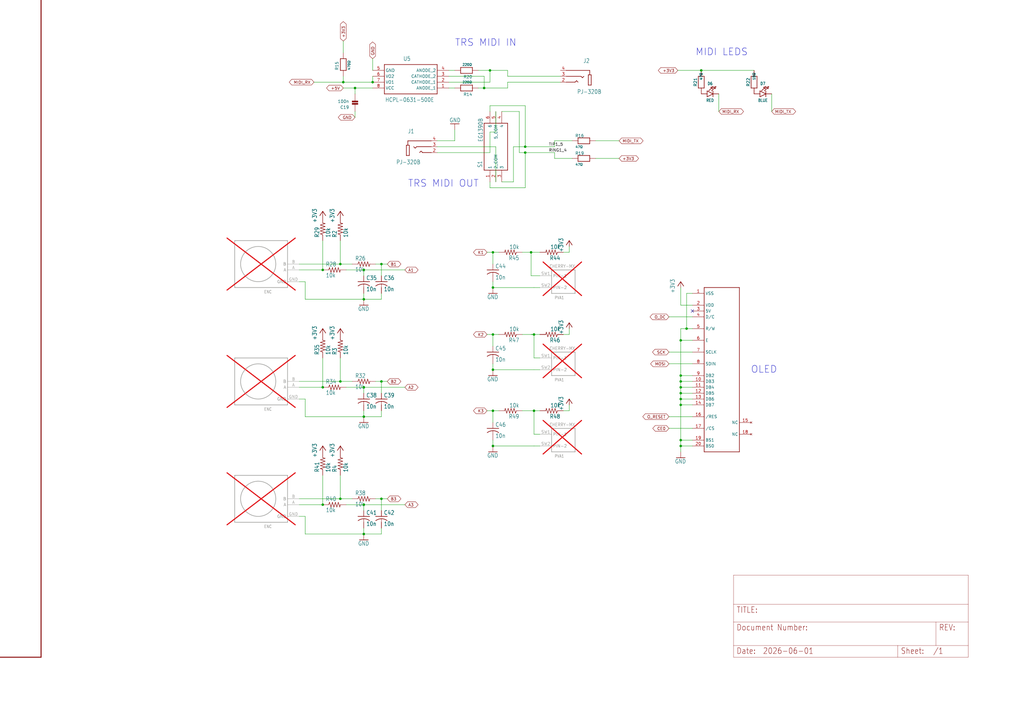
<source format=kicad_sch>
(kicad_sch (version 20231120) (generator "eeschema") (generator_version "8.0")
  (paper "User" 443.23 305.206)
  (lib_symbols
    (symbol "Hachi-Ni_v26-eagle-import:CAP_CERAMIC0603"
      (property "Reference" "C" (at 2.54 2.54 0))
      (symbol "CAP_CERAMIC0603_1_0"
        (pin passive line (at 0 5.08 270) (length 2.54) (name "P$1") (number "1"))
        (pin passive line (at 0 -2.54 90) (length 2.54) (name "P$2") (number "2"))
      )
    )
    (symbol "Hachi-Ni_v26-eagle-import:EG1390B"
      (property "Reference" "S" (at 26.67 7.62 0))
      (symbol "EG1390B_1_0"
        (pin bidirectional line (at 0 0 0) (length 5.08) (name "1") (number "1"))
        (pin bidirectional line (at 0 -2.54 0) (length 5.08) (name "2_COM") (number "2"))
        (pin bidirectional line (at 0 -5.08 0) (length 5.08) (name "3") (number "3"))
        (pin bidirectional line (at 30.48 -5.08 180) (length 5.08) (name "4") (number "4"))
        (pin bidirectional line (at 30.48 -2.54 180) (length 5.08) (name "5_COM") (number "5"))
        (pin bidirectional line (at 30.48 0 180) (length 5.08) (name "6") (number "6"))
      )
    )
    (symbol "Hachi-Ni_v26-eagle-import:HCPL-0631-500E"
      (property "Reference" "U" (at 29.21 7.62 0))
      (symbol "HCPL-0631-500E_1_0"
        (pin bidirectional line (at 0 0 0) (length 5.08) (name "ANODE_1") (number "1"))
        (pin bidirectional line (at 0 -2.54 0) (length 5.08) (name "CATHODE_1") (number "2"))
        (pin bidirectional line (at 0 -5.08 0) (length 5.08) (name "CATHODE_2") (number "3"))
        (pin bidirectional line (at 0 -7.62 0) (length 5.08) (name "ANODE_2") (number "4"))
        (pin bidirectional line (at 33.02 -7.62 180) (length 5.08) (name "GND") (number "5"))
        (pin bidirectional line (at 33.02 -5.08 180) (length 5.08) (name "VO2") (number "6"))
        (pin bidirectional line (at 33.02 -2.54 180) (length 5.08) (name "VO1") (number "7"))
        (pin bidirectional line (at 33.02 0 180) (length 5.08) (name "VCC") (number "8"))
      )
    )
    (symbol "Hachi-Ni_v26-eagle-import:MICROBUILDER_LED0603_NOOUTLINE"
      (property "Reference" "D" (at -1.27 4.445 0))
      (symbol "MICROBUILDER_LED0603_NOOUTLINE_1_0"
        (pin passive line (at -5.08 0 0) (length 2.54) (name "A") (number "A"))
        (pin passive line (at 2.54 0 180) (length 2.54) (name "C") (number "C"))
      )
    )
    (symbol "Hachi-Ni_v26-eagle-import:MICROBUILDER_RESISTOR_0603"
      (property "Reference" "R" (at 0 2.54 0))
      (symbol "MICROBUILDER_RESISTOR_0603_1_0"
        (pin passive line (at -5.08 0 0) (length 2.54) (name "1") (number "1"))
        (pin passive line (at 5.08 0 180) (length 2.54) (name "2") (number "2"))
      )
    )
    (symbol "Hachi-Ni_v26-eagle-import:PJ-320B"
      (property "Reference" "J" (at -5.08 5.08 0))
      (symbol "PJ-320B_1_0"
        (pin passive line (at 7.62 -2.54 180) (length 2.54) (name "TIP") (number "2"))
        (pin passive line (at 7.62 0 180) (length 2.54) (name "RING") (number "3"))
        (pin passive line (at 7.62 2.54 180) (length 2.54) (name "SLEEVE") (number "4"))
      )
    )
    (symbol "Hachi-Ni_v26-eagle-import:supply1_GND" (power)
      (property "Value" "supply1_GND" (at -2.54 -2.54 0))
      (symbol "supply1_GND_1_0"
        (pin power_in line (at 0 2.54 270) (length 2.54) (name "GND") (number "1"))
      )
    )
    (symbol "MyLibrary:CHERRY-MX"
      (symbol "CHERRY-MX_1_0"
        (text "CHERRY-MX" (at -6.096 5.842 0) (effects (font (size 1.4224 1.209)) (justify left bottom)))
        (pin bidirectional line (at -10.16 2.54 0) (length 5.08) (name "PIN-1") (number "SW1"))
        (pin bidirectional line (at -10.16 -2.54 0) (length 5.08) (name "PIN-2") (number "SW2"))
      )
    )
    (symbol "norns-shield-210330-eagle-import:+3V3" (power)
      (property "Value" "+3V3" (at -2.54 -5.08 90))
      (symbol "+3V3_1_0"
        (pin power_in line (at 0 -2.54 90) (length 2.54) (name "+3V3") (number "1"))
      )
    )
    (symbol "norns-shield-210330-eagle-import:C-USC0603"
      (property "Reference" "C" (at 1.016 0.635 0))
      (symbol "C-USC0603_1_0"
        (pin passive line (at 0 2.54 270) (length 2.54) (name "1") (number "1"))
        (pin passive line (at 0 -5.08 90) (length 2.54) (name "2") (number "2"))
      )
    )
    (symbol "norns-shield-210330-eagle-import:ENC"
      (symbol "ENC_1_0"
        (pin bidirectional line (at 17.78 -2.54 180) (length 5.08) (name "A") (number "A"))
        (pin bidirectional line (at 17.78 0 180) (length 5.08) (name "B") (number "B"))
        (pin bidirectional line (at 17.78 -7.62 180) (length 5.08) (name "GND") (number "GND"))
      )
    )
    (symbol "norns-shield-210330-eagle-import:GND" (power)
      (property "Value" "GND" (at -2.54 -2.54 0))
      (symbol "GND_1_0"
        (pin power_in line (at 0 2.54 270) (length 2.54) (name "GND") (number "1"))
      )
    )
    (symbol "norns-shield-210330-eagle-import:OLED128X64"
      (symbol "OLED128X64_1_0"
        (pin bidirectional line (at -27.94 22.86 0) (length 5.08) (name "VSS") (number "1"))
        (pin bidirectional line (at -27.94 -15.24 0) (length 5.08) (name "DB3") (number "10"))
        (pin bidirectional line (at -27.94 -17.78 0) (length 5.08) (name "DB4") (number "11"))
        (pin bidirectional line (at -27.94 -20.32 0) (length 5.08) (name "DB5") (number "12"))
        (pin bidirectional line (at -27.94 -22.86 0) (length 5.08) (name "DB6") (number "13"))
        (pin bidirectional line (at -27.94 -25.4 0) (length 5.08) (name "DB7") (number "14"))
        (pin no_connect line (at -2.54 -33.02 180) (length 5.08) (name "NC") (number "15"))
        (pin bidirectional line (at -27.94 -30.48 0) (length 5.08) (name "/RES") (number "16"))
        (pin bidirectional line (at -27.94 -35.56 0) (length 5.08) (name "/CS") (number "17"))
        (pin no_connect line (at -2.54 -38.1 180) (length 5.08) (name "NC") (number "18"))
        (pin bidirectional line (at -27.94 -40.64 0) (length 5.08) (name "BS1") (number "19"))
        (pin bidirectional line (at -27.94 17.78 0) (length 5.08) (name "VDD") (number "2"))
        (pin bidirectional line (at -27.94 -43.18 0) (length 5.08) (name "BS0") (number "20"))
        (pin bidirectional line (at -27.94 15.24 0) (length 5.08) (name "5V") (number "3"))
        (pin bidirectional line (at -27.94 12.7 0) (length 5.08) (name "D/C") (number "4"))
        (pin bidirectional line (at -27.94 7.62 0) (length 5.08) (name "R/W") (number "5"))
        (pin bidirectional line (at -27.94 2.54 0) (length 5.08) (name "E") (number "6"))
        (pin bidirectional line (at -27.94 -2.54 0) (length 5.08) (name "SCLK") (number "7"))
        (pin bidirectional line (at -27.94 -7.62 0) (length 5.08) (name "SDIN") (number "8"))
        (pin bidirectional line (at -27.94 -12.7 0) (length 5.08) (name "DB2") (number "9"))
      )
    )
    (symbol "norns-shield-210330-eagle-import:R-US_R0603"
      (property "Reference" "R" (at -3.81 1.4986 0))
      (symbol "R-US_R0603_1_0"
        (pin passive line (at -5.08 0 0) (length 2.54) (name "1") (number "1"))
        (pin passive line (at 5.08 0 180) (length 2.54) (name "2") (number "2"))
      )
    )
    (symbol "norns-shield-210330-eagle-import:TABL_L"
      (symbol "TABL_L_2_0"
        (text "${#}/${##}" (at 86.36 1.27 0) (effects (font (size 2.54 2.159)) (justify left bottom)))
        (text "${CURRENT_DATE}" (at 12.7 1.27 0) (effects (font (size 2.54 2.159)) (justify left bottom)))
        (text "${PROJECTNAME}" (at 17.78 19.05 0) (effects (font (size 2.54 2.159)) (justify left bottom)))
        (text "Date:" (at 1.27 1.27 0) (effects (font (size 2.54 2.159)) (justify left bottom)))
        (text "Document Number:" (at 1.27 11.43 0) (effects (font (size 2.54 2.159)) (justify left bottom)))
        (text "REV:" (at 88.9 11.43 0) (effects (font (size 2.54 2.159)) (justify left bottom)))
        (text "Sheet:" (at 72.39 1.27 0) (effects (font (size 2.54 2.159)) (justify left bottom)))
        (text "TITLE:" (at 1.27 19.05 0) (effects (font (size 2.54 2.159)) (justify left bottom)))
      )
    )
  )
  (junction (at 157.48 180.34))
  (junction (at 165.1 215.9))
  (junction (at 294.64 170.18))
  (junction (at 212.09 30.48))
  (junction (at 209.55 38.1))
  (junction (at 227.33 63.5))
  (junction (at 303.53 30.48))
  (junction (at 153.67 38.1))
  (junction (at 213.36 124.46))
  (junction (at 297.18 142.24))
  (junction (at 294.64 175.26))
  (junction (at 157.48 116.84))
  (junction (at 157.48 129.54))
  (junction (at 139.7 116.84))
  (junction (at 213.36 177.8))
  (junction (at 157.48 167.64))
  (junction (at 227.33 66.04))
  (junction (at 139.7 167.64))
  (junction (at 147.32 114.3))
  (junction (at 213.36 109.22))
  (junction (at 213.36 193.04))
  (junction (at 294.64 172.72))
  (junction (at 157.48 218.44))
  (junction (at 294.64 165.1))
  (junction (at 294.64 190.5))
  (junction (at 213.36 144.78))
  (junction (at 231.14 144.78))
  (junction (at 231.14 177.8))
  (junction (at 157.48 231.14))
  (junction (at 294.64 162.56))
  (junction (at 294.64 147.32))
  (junction (at 148.59 35.56))
  (junction (at 161.29 35.56))
  (junction (at 165.1 165.1))
  (junction (at 165.1 114.3))
  (junction (at 147.32 215.9))
  (junction (at 147.32 165.1))
  (junction (at 139.7 218.44))
  (junction (at 213.36 160.02))
  (junction (at 229.87 109.22))
  (junction (at 294.64 193.04))
  (junction (at 294.64 167.64))
  (no_connect (at 299.72 134.62))
  (wire (pts (xy 213.36 193.04) (xy 213.36 190.5)) (stroke (width 0.1524)))
  (wire (pts (xy 299.72 185.42) (xy 289.56 185.42)) (stroke (width 0.1524)))
  (wire (pts (xy 294.64 193.04) (xy 294.64 195.58)) (stroke (width 0.1524)))
  (wire (pts (xy 299.72 190.5) (xy 294.64 190.5)) (stroke (width 0.1524)))
  (wire (pts (xy 334.01 40.64) (xy 334.01 48.26)) (stroke (width 0.1524)))
  (wire (pts (xy 132.08 180.34) (xy 157.48 180.34)) (stroke (width 0.1524)))
  (wire (pts (xy 215.9 177.8) (xy 213.36 177.8)) (stroke (width 0.1524)))
  (wire (pts (xy 242.57 35.56) (xy 219.71 35.56)) (stroke (width 0.1524)))
  (wire (pts (xy 246.38 142.24) (xy 246.38 144.78)) (stroke (width 0.1524)))
  (wire (pts (xy 217.17 78.74) (xy 222.25 78.74)) (stroke (width 0.1524)))
  (wire (pts (xy 299.72 152.4) (xy 289.56 152.4)) (stroke (width 0.1524)))
  (wire (pts (xy 240.03 63.5) (xy 240.03 60.96)) (stroke (width 0.1524)))
  (wire (pts (xy 231.14 144.78) (xy 233.68 144.78)) (stroke (width 0.1524)))
  (wire (pts (xy 129.54 165.1) (xy 147.32 165.1)) (stroke (width 0.1524)))
  (wire (pts (xy 165.1 114.3) (xy 165.1 119.38)) (stroke (width 0.1524)))
  (wire (pts (xy 246.38 144.78) (xy 243.84 144.78)) (stroke (width 0.1524)))
  (wire (pts (xy 229.87 109.22) (xy 229.87 119.38)))
  (wire (pts (xy 161.29 33.02) (xy 161.29 35.56)) (stroke (width 0.1524)))
  (wire (pts (xy 226.06 144.78) (xy 231.14 144.78)) (stroke (width 0.1524)))
  (wire (pts (xy 297.18 142.24) (xy 297.18 127)) (stroke (width 0.1524)))
  (wire (pts (xy 157.48 231.14) (xy 165.1 231.14)) (stroke (width 0.1524)))
  (wire (pts (xy 213.36 149.86) (xy 213.36 144.78)) (stroke (width 0.1524)))
  (wire (pts (xy 157.48 167.64) (xy 157.48 170.18)) (stroke (width 0.1524)))
  (wire (pts (xy 226.06 177.8) (xy 231.14 177.8)) (stroke (width 0.1524)))
  (wire (pts (xy 212.09 30.48) (xy 219.71 30.48)) (stroke (width 0.1524)))
  (wire (pts (xy 149.86 167.64) (xy 157.48 167.64)) (stroke (width 0.1524)))
  (wire (pts (xy 246.38 106.68) (xy 246.38 109.22)) (stroke (width 0.1524)))
  (wire (pts (xy 231.14 193.04) (xy 233.68 193.04)))
  (wire (pts (xy 132.08 223.52) (xy 132.08 231.14)) (stroke (width 0.1524)))
  (wire (pts (xy 231.14 154.94) (xy 231.14 144.78)))
  (wire (pts (xy 233.68 187.96) (xy 231.14 187.96)))
  (wire (pts (xy 157.48 127) (xy 157.48 129.54)) (stroke (width 0.1524)))
  (wire (pts (xy 299.72 137.16) (xy 289.56 137.16)) (stroke (width 0.1524)))
  (wire (pts (xy 129.54 114.3) (xy 147.32 114.3)) (stroke (width 0.1524)))
  (wire (pts (xy 157.48 218.44) (xy 157.48 220.98)) (stroke (width 0.1524)))
  (wire (pts (xy 222.25 63.5) (xy 227.33 63.5)) (stroke (width 0.1524)))
  (wire (pts (xy 194.31 38.1) (xy 196.85 38.1)) (stroke (width 0.1524)))
  (wire (pts (xy 139.7 167.64) (xy 129.54 167.64)) (stroke (width 0.1524)))
  (wire (pts (xy 294.64 162.56) (xy 294.64 165.1)) (stroke (width 0.1524)))
  (wire (pts (xy 257.81 68.58) (xy 267.97 68.58)) (stroke (width 0.1524)))
  (wire (pts (xy 227.33 66.04) (xy 240.03 66.04)) (stroke (width 0.1524)))
  (wire (pts (xy 209.55 33.02) (xy 209.55 38.1)) (stroke (width 0.1524)))
  (wire (pts (xy 214.63 63.5) (xy 214.63 78.74)))
  (wire (pts (xy 148.59 22.86) (xy 148.59 17.78)) (stroke (width 0.1524)))
  (wire (pts (xy 157.48 116.84) (xy 157.48 119.38)) (stroke (width 0.1524)))
  (wire (pts (xy 231.14 177.8) (xy 231.14 187.96)))
  (wire (pts (xy 299.72 162.56) (xy 294.64 162.56)) (stroke (width 0.1524)))
  (wire (pts (xy 213.36 109.22) (xy 210.82 109.22)) (stroke (width 0.1524)))
  (wire (pts (xy 213.36 182.88) (xy 213.36 177.8)) (stroke (width 0.1524)))
  (wire (pts (xy 240.03 68.58) (xy 247.65 68.58)) (stroke (width 0.1524)))
  (wire (pts (xy 212.09 57.15) (xy 214.63 57.15)) (stroke (width 0.1524)))
  (wire (pts (xy 139.7 104.14) (xy 139.7 116.84)) (stroke (width 0.1524)))
  (wire (pts (xy 157.48 228.6) (xy 157.48 231.14)) (stroke (width 0.1524)))
  (wire (pts (xy 311.15 40.64) (xy 311.15 48.26)) (stroke (width 0.1524)))
  (wire (pts (xy 213.36 114.3) (xy 213.36 109.22)) (stroke (width 0.1524)))
  (wire (pts (xy 153.67 38.1) (xy 148.59 38.1)) (stroke (width 0.1524)))
  (wire (pts (xy 215.9 144.78) (xy 213.36 144.78)) (stroke (width 0.1524)))
  (wire (pts (xy 293.37 30.48) (xy 303.53 30.48)) (stroke (width 0.1524)))
  (wire (pts (xy 294.64 172.72) (xy 294.64 175.26)) (stroke (width 0.1524)))
  (wire (pts (xy 139.7 205.74) (xy 139.7 218.44)) (stroke (width 0.1524)))
  (wire (pts (xy 219.71 33.02) (xy 242.57 33.02)) (stroke (width 0.1524)))
  (wire (pts (xy 153.67 48.26) (xy 153.67 50.8)) (stroke (width 0.1524)))
  (wire (pts (xy 299.72 193.04) (xy 294.64 193.04)) (stroke (width 0.1524)))
  (wire (pts (xy 231.14 124.46) (xy 233.68 124.46)))
  (wire (pts (xy 299.72 180.34) (xy 289.56 180.34)) (stroke (width 0.1524)))
  (wire (pts (xy 139.7 218.44) (xy 129.54 218.44)) (stroke (width 0.1524)))
  (wire (pts (xy 213.36 144.78) (xy 210.82 144.78)) (stroke (width 0.1524)))
  (wire (pts (xy 227.33 81.28) (xy 227.33 66.04)) (stroke (width 0.1524)))
  (wire (pts (xy 231.14 160.02) (xy 233.68 160.02)))
  (wire (pts (xy 153.67 38.1) (xy 153.67 40.64)) (stroke (width 0.1524)))
  (wire (pts (xy 147.32 114.3) (xy 152.4 114.3)) (stroke (width 0.1524)))
  (wire (pts (xy 129.54 223.52) (xy 132.08 223.52)) (stroke (width 0.1524)))
  (wire (pts (xy 147.32 215.9) (xy 152.4 215.9)) (stroke (width 0.1524)))
  (wire (pts (xy 212.09 66.04) (xy 212.09 57.15)) (stroke (width 0.1524)))
  (wire (pts (xy 303.53 30.48) (xy 326.39 30.48)) (stroke (width 0.1524)))
  (wire (pts (xy 224.79 48.26) (xy 224.79 66.04)) (stroke (width 0.1524)))
  (wire (pts (xy 224.79 66.04) (xy 227.33 66.04)) (stroke (width 0.1524)))
  (wire (pts (xy 148.59 35.56) (xy 161.29 35.56)) (stroke (width 0.1524)))
  (wire (pts (xy 243.84 109.22) (xy 246.38 109.22)) (stroke (width 0.1524)))
  (wire (pts (xy 189.23 66.04) (xy 212.09 66.04)) (stroke (width 0.1524)))
  (wire (pts (xy 226.06 109.22) (xy 229.87 109.22)) (stroke (width 0.1524)))
  (wire (pts (xy 212.09 45.72) (xy 227.33 45.72)) (stroke (width 0.1524)))
  (wire (pts (xy 213.36 160.02) (xy 231.14 160.02)) (stroke (width 0.1524)))
  (wire (pts (xy 240.03 60.96) (xy 247.65 60.96)) (stroke (width 0.1524)))
  (wire (pts (xy 212.09 78.74) (xy 212.09 81.28)) (stroke (width 0.1524)))
  (wire (pts (xy 196.85 60.96) (xy 196.85 56.134)) (stroke (width 0.1524)))
  (wire (pts (xy 147.32 104.14) (xy 147.32 114.3)) (stroke (width 0.1524)))
  (wire (pts (xy 299.72 172.72) (xy 294.64 172.72)) (stroke (width 0.1524)))
  (wire (pts (xy 214.63 48.26) (xy 214.63 57.15)) (stroke (width 0.1524)))
  (wire (pts (xy 294.64 147.32) (xy 294.64 162.56)) (stroke (width 0.1524)))
  (wire (pts (xy 157.48 180.34) (xy 165.1 180.34)) (stroke (width 0.1524)))
  (wire (pts (xy 207.01 38.1) (xy 209.55 38.1)) (stroke (width 0.1524)))
  (wire (pts (xy 231.14 144.78) (xy 229.87 144.78)))
  (wire (pts (xy 294.64 167.64) (xy 294.64 170.18)) (stroke (width 0.1524)))
  (wire (pts (xy 294.64 190.5) (xy 294.64 193.04)) (stroke (width 0.1524)))
  (wire (pts (xy 299.72 142.24) (xy 297.18 142.24)) (stroke (width 0.1524)))
  (wire (pts (xy 194.31 33.02) (xy 209.55 33.02)) (stroke (width 0.1524)))
  (wire (pts (xy 213.36 160.02) (xy 213.36 157.48)) (stroke (width 0.1524)))
  (wire (pts (xy 213.36 124.46) (xy 231.14 124.46)) (stroke (width 0.1524)))
  (wire (pts (xy 162.56 114.3) (xy 165.1 114.3)) (stroke (width 0.1524)))
  (wire (pts (xy 227.33 63.5) (xy 240.03 63.5)) (stroke (width 0.1524)))
  (wire (pts (xy 132.08 231.14) (xy 157.48 231.14)) (stroke (width 0.1524)))
  (wire (pts (xy 139.7 154.94) (xy 139.7 167.64)) (stroke (width 0.1524)))
  (wire (pts (xy 157.48 218.44) (xy 175.26 218.44)) (stroke (width 0.1524)))
  (wire (pts (xy 257.81 60.96) (xy 267.97 60.96)) (stroke (width 0.1524)))
  (wire (pts (xy 157.48 167.64) (xy 175.26 167.64)) (stroke (width 0.1524)))
  (wire (pts (xy 299.72 170.18) (xy 294.64 170.18)) (stroke (width 0.1524)))
  (wire (pts (xy 149.86 218.44) (xy 157.48 218.44)) (stroke (width 0.1524)))
  (wire (pts (xy 162.56 165.1) (xy 165.1 165.1)) (stroke (width 0.1524)))
  (wire (pts (xy 240.03 66.04) (xy 240.03 68.58)) (stroke (width 0.1524)))
  (wire (pts (xy 135.89 35.56) (xy 148.59 35.56)) (stroke (width 0.1524)))
  (wire (pts (xy 147.32 154.94) (xy 147.32 165.1)) (stroke (width 0.1524)))
  (wire (pts (xy 212.09 35.56) (xy 212.09 30.48)) (stroke (width 0.1524)))
  (wire (pts (xy 294.64 142.24) (xy 294.64 147.32)) (stroke (width 0.1524)))
  (wire (pts (xy 297.18 127) (xy 299.72 127)) (stroke (width 0.1524)))
  (wire (pts (xy 213.36 177.8) (xy 210.82 177.8)) (stroke (width 0.1524)))
  (wire (pts (xy 229.87 109.22) (xy 233.68 109.22)) (stroke (width 0.1524)))
  (wire (pts (xy 212.09 81.28) (xy 227.33 81.28)) (stroke (width 0.1524)))
  (wire (pts (xy 129.54 215.9) (xy 147.32 215.9)) (stroke (width 0.1524)))
  (wire (pts (xy 215.9 109.22) (xy 213.36 109.22)) (stroke (width 0.1524)))
  (wire (pts (xy 212.09 30.48) (xy 207.01 30.48)) (stroke (width 0.1524)))
  (wire (pts (xy 129.54 172.72) (xy 132.08 172.72)) (stroke (width 0.1524)))
  (wire (pts (xy 212.09 48.26) (xy 212.09 45.72)) (stroke (width 0.1524)))
  (wire (pts (xy 165.1 231.14) (xy 165.1 228.6)) (stroke (width 0.1524)))
  (wire (pts (xy 233.68 154.94) (xy 231.14 154.94)))
  (wire (pts (xy 157.48 116.84) (xy 175.26 116.84)) (stroke (width 0.1524)))
  (wire (pts (xy 165.1 215.9) (xy 165.1 220.98)) (stroke (width 0.1524)))
  (wire (pts (xy 246.38 177.8) (xy 246.38 175.26)) (stroke (width 0.1524)))
  (wire (pts (xy 299.72 165.1) (xy 294.64 165.1)) (stroke (width 0.1524)))
  (wire (pts (xy 132.08 129.54) (xy 157.48 129.54)) (stroke (width 0.1524)))
  (wire (pts (xy 157.48 129.54) (xy 165.1 129.54)) (stroke (width 0.1524)))
  (wire (pts (xy 148.59 35.56) (xy 148.59 33.02)) (stroke (width 0.1524)))
  (wire (pts (xy 299.72 167.64) (xy 294.64 167.64)) (stroke (width 0.1524)))
  (wire (pts (xy 299.72 175.26) (xy 294.64 175.26)) (stroke (width 0.1524)))
  (wire (pts (xy 209.55 38.1) (xy 219.71 38.1)) (stroke (width 0.1524)))
  (wire (pts (xy 165.1 180.34) (xy 165.1 177.8)) (stroke (width 0.1524)))
  (wire (pts (xy 214.63 63.5) (xy 189.23 63.5)) (stroke (width 0.1524)))
  (wire (pts (xy 149.86 116.84) (xy 157.48 116.84)) (stroke (width 0.1524)))
  (wire (pts (xy 219.71 30.48) (xy 219.71 33.02)) (stroke (width 0.1524)))
  (wire (pts (xy 165.1 114.3) (xy 167.64 114.3)) (stroke (width 0.1524)))
  (wire (pts (xy 189.23 60.96) (xy 196.85 60.96)) (stroke (width 0.1524)))
  (wire (pts (xy 217.17 48.26) (xy 224.79 48.26)) (stroke (width 0.1524)))
  (wire (pts (xy 294.64 170.18) (xy 294.64 172.72)) (stroke (width 0.1524)))
  (wire (pts (xy 165.1 215.9) (xy 167.64 215.9)) (stroke (width 0.1524)))
  (wire (pts (xy 165.1 165.1) (xy 165.1 170.18)) (stroke (width 0.1524)))
  (wire (pts (xy 147.32 165.1) (xy 152.4 165.1)) (stroke (width 0.1524)))
  (wire (pts (xy 294.64 175.26) (xy 294.64 190.5)) (stroke (width 0.1524)))
  (wire (pts (xy 222.25 78.74) (xy 222.25 63.5)) (stroke (width 0.1524)))
  (wire (pts (xy 165.1 165.1) (xy 167.64 165.1)) (stroke (width 0.1524)))
  (wire (pts (xy 157.48 177.8) (xy 157.48 180.34)) (stroke (width 0.1524)))
  (wire (pts (xy 231.14 177.8) (xy 233.68 177.8)) (stroke (width 0.1524)))
  (wire (pts (xy 153.67 38.1) (xy 161.29 38.1)) (stroke (width 0.1524)))
  (wire (pts (xy 165.1 129.54) (xy 165.1 127)) (stroke (width 0.1524)))
  (wire (pts (xy 294.64 132.08) (xy 294.64 124.46)) (stroke (width 0.1524)))
  (wire (pts (xy 219.71 38.1) (xy 219.71 35.56)) (stroke (width 0.1524)))
  (wire (pts (xy 132.08 172.72) (xy 132.08 180.34)) (stroke (width 0.1524)))
  (wire (pts (xy 233.68 119.38) (xy 229.87 119.38)))
  (wire (pts (xy 132.08 121.92) (xy 132.08 129.54)) (stroke (width 0.1524)))
  (wire (pts (xy 139.7 116.84) (xy 129.54 116.84)) (stroke (width 0.1524)))
  (wire (pts (xy 299.72 157.48) (xy 289.56 157.48)) (stroke (width 0.1524)))
  (wire (pts (xy 227.33 45.72) (xy 227.33 63.5)) (stroke (width 0.1524)))
  (wire (pts (xy 299.72 132.08) (xy 294.64 132.08)) (stroke (width 0.1524)))
  (wire (pts (xy 129.54 121.92) (xy 132.08 121.92)) (stroke (width 0.1524)))
  (wire (pts (xy 213.36 193.04) (xy 231.14 193.04)) (stroke (width 0.1524)))
  (wire (pts (xy 194.31 35.56) (xy 212.09 35.56)) (stroke (width 0.1524)))
  (wire (pts (xy 243.84 177.8) (xy 246.38 177.8)) (stroke (width 0.1524)))
  (wire (pts (xy 162.56 215.9) (xy 165.1 215.9)) (stroke (width 0.1524)))
  (wire (pts (xy 297.18 142.24) (xy 294.64 142.24)) (stroke (width 0.1524)))
  (wire (pts (xy 213.36 124.46) (xy 213.36 121.92)) (stroke (width 0.1524)))
  (wire (pts (xy 194.31 30.48) (xy 196.85 30.48)) (stroke (width 0.1524)))
  (wire (pts (xy 294.64 165.1) (xy 294.64 167.64)) (stroke (width 0.1524)))
  (wire (pts (xy 147.32 215.9) (xy 147.32 205.74)) (stroke (width 0.1524)))
  (wire (pts (xy 161.29 30.48) (xy 161.29 25.4)) (stroke (width 0.1524)))
  (wire (pts (xy 299.72 147.32) (xy 294.64 147.32)) (stroke (width 0.1524)))
  (text "TRS MIDI OUT" (at 176.53 81.28 0) (effects (font (size 3 3)) (justify left bottom)))
  (text "OLED" (at 330.708 160.02 0) (effects (font (size 3 3))))
  (text "MIDI LEDS" (at 300.99 24.384 0) (effects (font (size 3 3)) (justify left bottom)))
  (text "TRS MIDI IN" (at 196.85 20.32 0) (effects (font (size 3 3)) (justify left bottom)))
  (label "TIP1_5" (at 237.49 63.5 0) (effects (font (size 1.2446 1.2446))))
  (label "RING1_4" (at 237.49 66.04 0) (effects (font (size 1.2446 1.2446))))
  (global_label "MOSI" (shape bidirectional) (at 289.56 157.48 180) (effects (font (size 1.2446 1.2446))) (property "Intersheetrefs" "${INTERSHEET_REFS}" (effects (hide yes))))
  (global_label "+3V3" (shape bidirectional) (at 293.37 30.48 180) (effects (font (size 1.2446 1.2446))) (property "Intersheetrefs" "${INTERSHEET_REFS}" (effects (hide yes))))
  (global_label "GND" (shape bidirectional) (at 153.67 50.8 180) (effects (font (size 1.2446 1.2446))) (property "Intersheetrefs" "${INTERSHEET_REFS}" (effects (hide yes))))
  (global_label "MIDI_RX" (shape bidirectional) (at 311.15 48.26 0) (effects (font (size 1.2446 1.2446))) (property "Intersheetrefs" "${INTERSHEET_REFS}" (effects (hide yes))))
  (global_label "K2" (shape bidirectional) (at 210.82 144.78 180) (effects (font (size 1.2446 1.2446))) (property "Intersheetrefs" "${INTERSHEET_REFS}" (effects (hide yes))))
  (global_label "+3V3" (shape bidirectional) (at 148.59 17.78 90) (effects (font (size 1.2446 1.2446))) (property "Intersheetrefs" "${INTERSHEET_REFS}" (effects (hide yes))))
  (global_label "+3V3" (shape bidirectional) (at 267.97 68.58 0) (effects (font (size 1.2446 1.2446))) (property "Intersheetrefs" "${INTERSHEET_REFS}" (effects (hide yes))))
  (global_label "K1" (shape bidirectional) (at 210.82 109.22 180) (effects (font (size 1.2446 1.2446))) (property "Intersheetrefs" "${INTERSHEET_REFS}" (effects (hide yes))))
  (global_label "CE0" (shape bidirectional) (at 289.56 185.42 180) (effects (font (size 1.2446 1.2446))) (property "Intersheetrefs" "${INTERSHEET_REFS}" (effects (hide yes))))
  (global_label "B3" (shape bidirectional) (at 167.64 215.9 0) (effects (font (size 1.2446 1.2446))) (property "Intersheetrefs" "${INTERSHEET_REFS}" (effects (hide yes))))
  (global_label "O_DC" (shape bidirectional) (at 289.56 137.16 180) (effects (font (size 1.2446 1.2446))) (property "Intersheetrefs" "${INTERSHEET_REFS}" (effects (hide yes))))
  (global_label "+5V" (shape bidirectional) (at 148.59 38.1 180) (effects (font (size 1.2446 1.2446))) (property "Intersheetrefs" "${INTERSHEET_REFS}" (effects (hide yes))))
  (global_label "B1" (shape bidirectional) (at 167.64 114.3 0) (effects (font (size 1.2446 1.2446))) (property "Intersheetrefs" "${INTERSHEET_REFS}" (effects (hide yes))))
  (global_label "A3" (shape bidirectional) (at 175.26 218.44 0) (effects (font (size 1.2446 1.2446))) (property "Intersheetrefs" "${INTERSHEET_REFS}" (effects (hide yes))))
  (global_label "GND" (shape bidirectional) (at 161.29 25.4 90) (effects (font (size 1.2446 1.2446))) (property "Intersheetrefs" "${INTERSHEET_REFS}" (effects (hide yes))))
  (global_label "B2" (shape bidirectional) (at 167.64 165.1 0) (effects (font (size 1.2446 1.2446))) (property "Intersheetrefs" "${INTERSHEET_REFS}" (effects (hide yes))))
  (global_label "A1" (shape bidirectional) (at 175.26 116.84 0) (effects (font (size 1.2446 1.2446))) (property "Intersheetrefs" "${INTERSHEET_REFS}" (effects (hide yes))))
  (global_label "O_RESET" (shape bidirectional) (at 289.56 180.34 180) (effects (font (size 1.2446 1.2446))) (property "Intersheetrefs" "${INTERSHEET_REFS}" (effects (hide yes))))
  (global_label "MIDI_TX" (shape bidirectional) (at 334.01 48.26 0) (effects (font (size 1.2446 1.2446))) (property "Intersheetrefs" "${INTERSHEET_REFS}" (effects (hide yes))))
  (global_label "K3" (shape bidirectional) (at 210.82 177.8 180) (effects (font (size 1.2446 1.2446))) (property "Intersheetrefs" "${INTERSHEET_REFS}" (effects (hide yes))))
  (global_label "SCK" (shape bidirectional) (at 289.56 152.4 180) (effects (font (size 1.2446 1.2446))) (property "Intersheetrefs" "${INTERSHEET_REFS}" (effects (hide yes))))
  (global_label "MIDI_RX" (shape bidirectional) (at 135.89 35.56 180) (effects (font (size 1.2446 1.2446))) (property "Intersheetrefs" "${INTERSHEET_REFS}" (effects (hide yes))))
  (global_label "MIDI_TX" (shape bidirectional) (at 267.97 60.96 0) (effects (font (size 1.2446 1.2446))) (property "Intersheetrefs" "${INTERSHEET_REFS}" (effects (hide yes))))
  (global_label "A2" (shape bidirectional) (at 175.26 167.64 0) (effects (font (size 1.2446 1.2446))) (property "Intersheetrefs" "${INTERSHEET_REFS}" (effects (hide yes))))
  (symbol (lib_id "norns-shield-210330-eagle-import:R-US_R0603") (at 238.76 109.22 180) (unit 1)
    (property "Reference" "R44" (at 242.57 110.7186 0) (effects (font (size 1.778 1.5113)) (justify left bottom)))
    (property "Value" "10k" (at 242.57 105.918 0) (effects (font (size 1.778 1.5113)) (justify left bottom)))
    (property "Footprint" "ShieldXL:R0603" (effects (hide yes)))
  )
  (symbol (lib_id "norns-shield-210330-eagle-import:C-USC0603") (at 165.1 223.52 0) (unit 1)
    (property "Reference" "C42" (at 166.116 222.885 0) (effects (font (size 1.778 1.5113)) (justify left bottom)))
    (property "Value" "10n" (at 166.116 227.711 0) (effects (font (size 1.778 1.5113)) (justify left bottom)))
    (property "Footprint" "ShieldXL:C0603" (effects (hide yes)))
  )
  (symbol (lib_id "norns-shield-210330-eagle-import:GND") (at 213.36 195.58 0) (unit 1)
    (property "Reference" "#GND040" (effects (hide yes)))
    (property "Value" "GND" (at 210.82 198.12 0) (effects (font (size 1.778 1.5113)) (justify left bottom)))
  )
  (symbol (lib_id "norns-shield-210330-eagle-import:GND") (at 213.36 127 0) (unit 1)
    (property "Reference" "#GND036" (effects (hide yes)))
    (property "Value" "GND" (at 210.82 129.54 0) (effects (font (size 1.778 1.5113)) (justify left bottom)))
  )
  (symbol (lib_id "norns-shield-210330-eagle-import:+3V3") (at 294.64 121.92 0) (unit 1)
    (property "Reference" "#+3V08" (effects (hide yes)))
    (property "Value" "+3V3" (at 292.1 127 90) (effects (font (size 1.778 1.5113)) (justify left bottom)))
  )
  (symbol (lib_id "norns-shield-210330-eagle-import:+3V3") (at 147.32 142.24 0) (unit 1)
    (property "Reference" "#+3V013" (effects (hide yes)))
    (property "Value" "+3V3" (at 144.78 147.32 90) (effects (font (size 1.778 1.5113)) (justify left bottom)))
  )
  (symbol (lib_id "norns-shield-210330-eagle-import:TABL_L") (at 17.78 284.48 90) (unit 1)
    (property "Reference" "#FRAME2" (effects (hide yes)))
    (property "Value" "TABL_L" (effects (hide yes)))
  )
  (symbol (lib_id "Hachi-Ni_v26-eagle-import:CAP_CERAMIC0603") (at 153.67 43.18 180) (unit 1)
    (property "Reference" "C19" (at 151.13 45.72 0) (effects (justify left bottom)))
    (property "Value" "100n" (at 151.13 43.18 0) (effects (justify left bottom)))
    (property "Footprint" "ShieldXL:C0603" (effects (hide yes)))
    (instances (project "Hachi-Ni_v26" (path "" (reference "C19") (unit 1))) (project "ShieldXL-M" (path "" (reference "C18") (unit 1))))
  )
  (symbol (lib_id "norns-shield-210330-eagle-import:GND") (at 157.48 233.68 0) (unit 1)
    (property "Reference" "#GND034" (effects (hide yes)))
    (property "Value" "GND" (at 154.94 236.22 0) (effects (font (size 1.778 1.5113)) (justify left bottom)))
  )
  (symbol (lib_id "norns-shield-210330-eagle-import:+3V3") (at 139.7 193.04 0) (unit 1)
    (property "Reference" "#+3V07" (effects (hide yes)))
    (property "Value" "+3V3" (at 137.16 198.12 90) (effects (font (size 1.778 1.5113)) (justify left bottom)))
  )
  (symbol (lib_id "norns-shield-210330-eagle-import:R-US_R0603") (at 238.76 177.8 180) (unit 1)
    (property "Reference" "R48" (at 242.57 179.2986 0) (effects (font (size 1.778 1.5113)) (justify left bottom)))
    (property "Value" "10k" (at 242.57 174.498 0) (effects (font (size 1.778 1.5113)) (justify left bottom)))
    (property "Footprint" "ShieldXL:R0603" (effects (hide yes)))
  )
  (symbol (lib_id "Hachi-Ni_v26-eagle-import:EG1390B") (at 212.09 78.74 90) (unit 1)
    (property "Reference" "S1" (at 207.772 72.644 0) (effects (font (size 1.778 1.5113)) (justify left)))
    (property "Value" "EG1390B" (at 208.026 61.468 0) (effects (font (size 1.778 1.5113)) (justify left)))
    (property "Footprint" "ShieldXL:SOP250P600X400-6N" (effects (hide yes)))
  )
  (symbol (lib_id "norns-shield-210330-eagle-import:R-US_R0603") (at 220.98 177.8 180) (unit 1)
    (property "Reference" "R49" (at 224.79 179.2986 0) (effects (font (size 1.778 1.5113)) (justify left bottom)))
    (property "Value" "10k" (at 224.79 174.498 0) (effects (font (size 1.778 1.5113)) (justify left bottom)))
    (property "Footprint" "ShieldXL:R0603" (effects (hide yes)))
  )
  (symbol (lib_id "norns-shield-210330-eagle-import:GND") (at 213.36 162.56 0) (unit 1)
    (property "Reference" "#GND038" (effects (hide yes)))
    (property "Value" "GND" (at 210.82 165.1 0) (effects (font (size 1.778 1.5113)) (justify left bottom)))
  )
  (symbol (lib_id "norns-shield-210330-eagle-import:R-US_R0603") (at 238.76 144.78 180) (unit 1)
    (property "Reference" "R46" (at 242.57 146.2786 0) (effects (font (size 1.778 1.5113)) (justify left bottom)))
    (property "Value" "10k" (at 242.57 141.478 0) (effects (font (size 1.778 1.5113)) (justify left bottom)))
    (property "Footprint" "ShieldXL:R0603" (effects (hide yes)))
  )
  (symbol (lib_id "Hachi-Ni_v26-eagle-import:MICROBUILDER_RESISTOR_0603") (at 303.53 35.56 90) (unit 1)
    (property "Reference" "R21" (at 300.99 35.56 0))
    (property "Value" "47Ω" (at 303.53 33.02 0) (effects (font (size 1.016 1.016) (bold yes))))
    (property "Footprint" "ShieldXL:R0603" (effects (hide yes)))
    (instances (project "Hachi-Ni_v26" (path "" (reference "R21") (unit 1))) (project "ShieldXL-M" (path "" (reference "R19") (unit 1))))
  )
  (symbol (lib_id "Hachi-Ni_v26-eagle-import:HCPL-0631-500E") (at 194.31 38.1 180) (unit 1)
    (property "Reference" "U5" (at 177.8 25.4 0) (effects (font (size 1.778 1.5113)) (justify left)))
    (property "Value" "HCPL-0631-500E" (at 187.96 43.18 0) (effects (font (size 1.778 1.5113)) (justify left)))
    (property "Footprint" "ShieldXL:SSOP-8_3.9x5.05mm_P1.27mm" (effects (hide yes)))
    (instances (project "Hachi-Ni_v26" (path "" (reference "U5") (unit 1))) (project "ShieldXL-M" (path "" (reference "U2") (unit 1))))
  )
  (symbol (lib_id "Hachi-Ni_v26-eagle-import:MICROBUILDER_RESISTOR_0603") (at 252.73 68.58 0) (unit 1)
    (property "Reference" "R19" (at 248.92 67.0814 0) (effects (justify left bottom)))
    (property "Value" "47Ω" (at 248.92 71.882 0) (effects (font (size 1.016 1.016) (bold yes)) (justify left bottom)))
    (property "Footprint" "ShieldXL:R0603" (effects (hide yes)))
    (instances (project "Hachi-Ni_v26" (path "" (reference "R19") (unit 1))) (project "ShieldXL-M" (path "" (reference "R18") (unit 1))))
  )
  (symbol (lib_id "Hachi-Ni_v26-eagle-import:MICROBUILDER_LED0603_NOOUTLINE") (at 331.47 40.64 0) (unit 1)
    (property "Reference" "D7" (at 330.2 36.195 0) (effects (font (size 1.27 1.0795))))
    (property "Value" "BLUE" (at 330.2 43.434 0) (effects (font (size 1.27 1.0795))))
    (property "Footprint" "ShieldXL:CHIPLED_0603_NOOUTLINE" (effects (hide yes)))
    (instances (project "Hachi-Ni_v26" (path "" (reference "D7") (unit 1))) (project "ShieldXL-M" (path "" (reference "D2") (unit 1))))
  )
  (symbol (lib_id "norns-shield-210330-eagle-import:+3V3") (at 246.38 104.14 0) (unit 1)
    (property "Reference" "#+3V09" (effects (hide yes)))
    (property "Value" "+3V3" (at 243.84 109.22 90) (effects (font (size 1.778 1.5113)) (justify left bottom)))
  )
  (symbol (lib_id "norns-shield-210330-eagle-import:R-US_R0603") (at 144.78 167.64 0) (unit 1)
    (property "Reference" "R34" (at 140.97 166.1414 0) (effects (font (size 1.778 1.5113)) (justify left bottom)))
    (property "Value" "10k" (at 140.97 170.942 0) (effects (font (size 1.778 1.5113)) (justify left bottom)))
    (property "Footprint" "ShieldXL:R0603" (effects (hide yes)))
  )
  (symbol (lib_id "norns-shield-210330-eagle-import:TABL_L") (at 317.5 284.48 0) (unit 2)
    (property "Reference" "#FRAME2" (effects (hide yes)))
    (property "Value" "TABL_L" (effects (hide yes)))
  )
  (symbol (lib_id "norns-shield-210330-eagle-import:ENC") (at 111.76 114.3 0) (unit 1) (dnp yes)
    (property "Reference" "E1" (effects (hide yes)))
    (property "Value" "ENC" (at 114.3 127 0) (effects (font (size 1.27 1.0795)) (justify left bottom)))
    (property "Footprint" "ShieldXL:PEC11RN" (effects (hide yes)))
  )
  (symbol (lib_id "MyLibrary:CHERRY-MX") (at 243.84 190.5 0) (unit 1) (dnp yes)
    (property "Reference" "SW3" (effects (hide yes)))
    (property "Value" "PVA1" (at 240.03 198.12 0) (effects (font (size 1.27 1.0795)) (justify left bottom)))
    (property "Footprint" "ShieldXL:Choc_MX_combo" (effects (hide yes)))
  )
  (symbol (lib_id "norns-shield-210330-eagle-import:C-USC0603") (at 157.48 121.92 0) (unit 1)
    (property "Reference" "C35" (at 158.496 121.285 0) (effects (font (size 1.778 1.5113)) (justify left bottom)))
    (property "Value" "10n" (at 158.496 126.111 0) (effects (font (size 1.778 1.5113)) (justify left bottom)))
    (property "Footprint" "ShieldXL:C0603" (effects (hide yes)))
  )
  (symbol (lib_id "norns-shield-210330-eagle-import:GND") (at 157.48 182.88 0) (unit 1)
    (property "Reference" "#GND033" (effects (hide yes)))
    (property "Value" "GND" (at 154.94 185.42 0) (effects (font (size 1.778 1.5113)) (justify left bottom)))
  )
  (symbol (lib_id "norns-shield-210330-eagle-import:C-USC0603") (at 213.36 152.4 0) (unit 1)
    (property "Reference" "C45" (at 214.376 151.765 0) (effects (font (size 1.778 1.5113)) (justify left bottom)))
    (property "Value" "10n" (at 214.376 156.591 0) (effects (font (size 1.778 1.5113)) (justify left bottom)))
    (property "Footprint" "ShieldXL:C0603" (effects (hide yes)))
  )
  (symbol (lib_id "norns-shield-210330-eagle-import:+3V3") (at 147.32 193.04 0) (unit 1)
    (property "Reference" "#+3V014" (effects (hide yes)))
    (property "Value" "+3V3" (at 144.78 198.12 90) (effects (font (size 1.778 1.5113)) (justify left bottom)))
  )
  (symbol (lib_id "Hachi-Ni_v26-eagle-import:MICROBUILDER_LED0603_NOOUTLINE") (at 308.61 40.64 0) (unit 1)
    (property "Reference" "D6" (at 307.34 36.195 0) (effects (font (size 1.27 1.0795))))
    (property "Value" "RED" (at 307.34 43.434 0) (effects (font (size 1.27 1.0795))))
    (property "Footprint" "ShieldXL:CHIPLED_0603_NOOUTLINE" (effects (hide yes)))
    (instances (project "Hachi-Ni_v26" (path "" (reference "D6") (unit 1))) (project "ShieldXL-M" (path "" (reference "D1") (unit 1))))
  )
  (symbol (lib_id "norns-shield-210330-eagle-import:GND") (at 294.64 198.12 0) (unit 1)
    (property "Reference" "#GND050" (effects (hide yes)))
    (property "Value" "GND" (at 292.1 200.66 0) (effects (font (size 1.778 1.5113)) (justify left bottom)))
  )
  (symbol (lib_id "MyLibrary:CHERRY-MX") (at 243.84 157.48 0) (unit 1) (dnp yes)
    (property "Reference" "SW2" (effects (hide yes)))
    (property "Value" "PVA1" (at 240.03 165.1 0) (effects (font (size 1.27 1.0795)) (justify left bottom)))
    (property "Footprint" "ShieldXL:Choc_MX_combo" (effects (hide yes)))
  )
  (symbol (lib_id "norns-shield-210330-eagle-import:R-US_R0603") (at 144.78 116.84 0) (unit 1)
    (property "Reference" "R28" (at 140.97 115.3414 0) (effects (font (size 1.778 1.5113)) (justify left bottom)))
    (property "Value" "10k" (at 140.97 120.142 0) (effects (font (size 1.778 1.5113)) (justify left bottom)))
    (property "Footprint" "ShieldXL:R0603" (effects (hide yes)))
  )
  (symbol (lib_id "norns-shield-210330-eagle-import:+3V3") (at 139.7 91.44 0) (unit 1)
    (property "Reference" "#+3V05" (effects (hide yes)))
    (property "Value" "+3V3" (at 137.16 96.52 90) (effects (font (size 1.778 1.5113)) (justify left bottom)))
  )
  (symbol (lib_id "norns-shield-210330-eagle-import:R-US_R0603") (at 147.32 149.86 90) (unit 1)
    (property "Reference" "R3" (at 145.8214 153.67 0) (effects (font (size 1.778 1.5113)) (justify left bottom)))
    (property "Value" "10k" (at 150.622 153.67 0) (effects (font (size 1.778 1.5113)) (justify left bottom)))
    (property "Footprint" "ShieldXL:R0603" (effects (hide yes)))
  )
  (symbol (lib_id "norns-shield-210330-eagle-import:R-US_R0603") (at 147.32 200.66 90) (unit 1)
    (property "Reference" "R4" (at 145.8214 204.47 0) (effects (font (size 1.778 1.5113)) (justify left bottom)))
    (property "Value" "10k" (at 150.622 204.47 0) (effects (font (size 1.778 1.5113)) (justify left bottom)))
    (property "Footprint" "ShieldXL:R0603" (effects (hide yes)))
  )
  (symbol (lib_id "norns-shield-210330-eagle-import:C-USC0603") (at 157.48 223.52 0) (unit 1)
    (property "Reference" "C41" (at 158.496 222.885 0) (effects (font (size 1.778 1.5113)) (justify left bottom)))
    (property "Value" "10n" (at 158.496 227.711 0) (effects (font (size 1.778 1.5113)) (justify left bottom)))
    (property "Footprint" "ShieldXL:C0603" (effects (hide yes)))
  )
  (symbol (lib_id "norns-shield-210330-eagle-import:OLED128X64") (at 327.66 149.86 0) (unit 1)
    (property "Reference" "U$1" (effects (hide yes)))
    (property "Value" "FPC1M20P-B310" (effects (hide yes)))
    (property "Footprint" "ShieldXL:F-FPC1M20P-B310" (effects (hide yes)))
  )
  (symbol (lib_id "Hachi-Ni_v26-eagle-import:MICROBUILDER_RESISTOR_0603") (at 201.93 30.48 180) (unit 1)
    (property "Reference" "R20" (at 204.47 32.512 0) (effects (justify left bottom)))
    (property "Value" "220Ω" (at 204.47 27.305 0) (effects (font (size 1.016 1.016) (bold yes)) (justify left bottom)))
    (property "Footprint" "ShieldXL:R0603" (effects (hide yes)))
    (instances (project "Hachi-Ni_v26" (path "" (reference "R20") (unit 1))) (project "ShieldXL-M" (path "" (reference "R6") (unit 1))))
  )
  (symbol (lib_id "norns-shield-210330-eagle-import:R-US_R0603") (at 157.48 215.9 0) (unit 1)
    (property "Reference" "R38" (at 153.67 214.4014 0) (effects (font (size 1.778 1.5113)) (justify left bottom)))
    (property "Value" "10k" (at 153.67 219.202 0) (effects (font (size 1.778 1.5113)) (justify left bottom)))
    (property "Footprint" "ShieldXL:R0603" (effects (hide yes)))
  )
  (symbol (lib_id "norns-shield-210330-eagle-import:R-US_R0603") (at 139.7 200.66 90) (unit 1)
    (property "Reference" "R41" (at 138.2014 204.47 0) (effects (font (size 1.778 1.5113)) (justify left bottom)))
    (property "Value" "10k" (at 143.002 204.47 0) (effects (font (size 1.778 1.5113)) (justify left bottom)))
    (property "Footprint" "ShieldXL:R0603" (effects (hide yes)))
  )
  (symbol (lib_id "norns-shield-210330-eagle-import:C-USC0603") (at 165.1 172.72 0) (unit 1)
    (property "Reference" "C39" (at 166.116 172.085 0) (effects (font (size 1.778 1.5113)) (justify left bottom)))
    (property "Value" "10n" (at 166.116 176.911 0) (effects (font (size 1.778 1.5113)) (justify left bottom)))
    (property "Footprint" "ShieldXL:C0603" (effects (hide yes)))
  )
  (symbol (lib_id "Hachi-Ni_v26-eagle-import:MICROBUILDER_RESISTOR_0603") (at 252.73 60.96 0) (unit 1)
    (property "Reference" "R16" (at 248.92 59.4614 0) (effects (justify left bottom)))
    (property "Value" "47Ω" (at 248.92 64.262 0) (effects (font (size 1.016 1.016) (bold yes)) (justify left bottom)))
    (property "Footprint" "ShieldXL:R0603" (effects (hide yes)))
    (instances (project "Hachi-Ni_v26" (path "" (reference "R16") (unit 1))) (project "ShieldXL-M" (path "" (reference "R17") (unit 1))))
  )
  (symbol (lib_id "norns-shield-210330-eagle-import:C-USC0603") (at 213.36 185.42 0) (unit 1)
    (property "Reference" "C46" (at 214.376 184.785 0) (effects (font (size 1.778 1.5113)) (justify left bottom)))
    (property "Value" "10n" (at 214.376 189.611 0) (effects (font (size 1.778 1.5113)) (justify left bottom)))
    (property "Footprint" "ShieldXL:C0603" (effects (hide yes)))
  )
  (symbol (lib_id "norns-shield-210330-eagle-import:R-US_R0603") (at 220.98 109.22 180) (unit 1)
    (property "Reference" "R45" (at 224.79 110.7186 0) (effects (font (size 1.778 1.5113)) (justify left bottom)))
    (property "Value" "10k" (at 224.79 105.918 0) (effects (font (size 1.778 1.5113)) (justify left bottom)))
    (property "Footprint" "ShieldXL:R0603" (effects (hide yes)))
  )
  (symbol (lib_id "norns-shield-210330-eagle-import:C-USC0603") (at 157.48 172.72 0) (unit 1)
    (property "Reference" "C38" (at 158.496 172.085 0) (effects (font (size 1.778 1.5113)) (justify left bottom)))
    (property "Value" "10n" (at 158.496 176.911 0) (effects (font (size 1.778 1.5113)) (justify left bottom)))
    (property "Footprint" "ShieldXL:C0603" (effects (hide yes)))
  )
  (symbol (lib_id "Hachi-Ni_v26-eagle-import:supply1_GND") (at 196.85 53.594 180) (unit 1)
    (property "Reference" "#GND3" (effects (hide yes)))
    (property "Value" "GND" (at 199.39 51.054 0) (effects (font (size 1.778 1.5113)) (justify left bottom)))
    (instances (project "Hachi-Ni_v26" (path "" (reference "#GND3") (unit 1))) (project "ShieldXL-M" (path "" (reference "#GND06") (unit 1))))
  )
  (symbol (lib_id "norns-shield-210330-eagle-import:+3V3") (at 147.32 91.44 0) (unit 1)
    (property "Reference" "#+3V012" (effects (hide yes)))
    (property "Value" "+3V3" (at 144.78 96.52 90) (effects (font (size 1.778 1.5113)) (justify left bottom)))
  )
  (symbol (lib_id "norns-shield-210330-eagle-import:R-US_R0603") (at 147.32 99.06 90) (unit 1)
    (property "Reference" "R2" (at 145.8214 102.87 0) (effects (font (size 1.778 1.5113)) (justify left bottom)))
    (property "Value" "10k" (at 150.622 102.87 0) (effects (font (size 1.778 1.5113)) (justify left bottom)))
    (property "Footprint" "ShieldXL:R0603" (effects (hide yes)))
  )
  (symbol (lib_id "Hachi-Ni_v26-eagle-import:MICROBUILDER_RESISTOR_0603") (at 148.59 27.94 90) (unit 1)
    (property "Reference" "R15" (at 146.558 30.48 0) (effects (justify left bottom)))
    (property "Value" "470Ω" (at 151.765 30.48 0) (effects (font (size 1.016 1.016) (bold yes)) (justify left bottom)))
    (property "Footprint" "ShieldXL:R0603" (effects (hide yes)))
    (instances (project "Hachi-Ni_v26" (path "" (reference "R15") (unit 1))) (project "ShieldXL-M" (path "" (reference "R5") (unit 1))))
  )
  (symbol (lib_id "norns-shield-210330-eagle-import:+3V3") (at 139.7 142.24 0) (unit 1)
    (property "Reference" "#+3V06" (effects (hide yes)))
    (property "Value" "+3V3" (at 137.16 147.32 90) (effects (font (size 1.778 1.5113)) (justify left bottom)))
  )
  (symbol (lib_id "norns-shield-210330-eagle-import:R-US_R0603") (at 220.98 144.78 180) (unit 1)
    (property "Reference" "R47" (at 224.79 146.2786 0) (effects (font (size 1.778 1.5113)) (justify left bottom)))
    (property "Value" "10k" (at 224.79 141.478 0) (effects (font (size 1.778 1.5113)) (justify left bottom)))
    (property "Footprint" "ShieldXL:R0603" (effects (hide yes)))
  )
  (symbol (lib_id "Hachi-Ni_v26-eagle-import:PJ-320B") (at 181.61 63.5 0) (unit 1)
    (property "Reference" "J1" (at 176.5095 57.7621 0) (effects (font (size 1.778 1.5113)) (justify left bottom)))
    (property "Value" "PJ-320B" (at 171.4293 71.1509 0) (effects (font (size 1.778 1.5113)) (justify left bottom)))
    (property "Footprint" "ShieldXL:LUOYANG-DISHANG_PJ-320B" (effects (hide yes)))
    (instances (project "Hachi-Ni_v26" (path "" (reference "J1") (unit 1))) (project "ShieldXL-M" (path "" (reference "J3") (unit 1))))
  )
  (symbol (lib_id "norns-shield-210330-eagle-import:+3V3") (at 246.38 172.72 0) (unit 1)
    (property "Reference" "#+3V011" (effects (hide yes)))
    (property "Value" "+3V3" (at 243.84 177.8 90) (effects (font (size 1.778 1.5113)) (justify left bottom)))
  )
  (symbol (lib_id "norns-shield-210330-eagle-import:GND") (at 157.48 132.08 0) (unit 1)
    (property "Reference" "#GND032" (effects (hide yes)))
    (property "Value" "GND" (at 154.94 134.62 0) (effects (font (size 1.778 1.5113)) (justify left bottom)))
  )
  (symbol (lib_id "Hachi-Ni_v26-eagle-import:MICROBUILDER_RESISTOR_0603") (at 201.93 38.1 180) (unit 1)
    (property "Reference" "R14" (at 204.47 40.132 0) (effects (justify left bottom)))
    (property "Value" "220Ω" (at 204.47 34.925 0) (effects (font (size 1.016 1.016) (bold yes)) (justify left bottom)))
    (property "Footprint" "ShieldXL:R0603" (effects (hide yes)))
    (instances (project "Hachi-Ni_v26" (path "" (reference "R14") (unit 1))) (project "ShieldXL-M" (path "" (reference "R16") (unit 1))))
  )
  (symbol (lib_id "norns-shield-210330-eagle-import:ENC") (at 111.76 165.1 0) (unit 1) (dnp yes)
    (property "Reference" "E2" (effects (hide yes)))
    (property "Value" "ENC" (at 114.3 177.8 0) (effects (font (size 1.27 1.0795)) (justify left bottom)))
    (property "Footprint" "ShieldXL:PEC11RN" (effects (hide yes)))
  )
  (symbol (lib_id "norns-shield-210330-eagle-import:C-USC0603") (at 165.1 121.92 0) (unit 1)
    (property "Reference" "C36" (at 166.116 121.285 0) (effects (font (size 1.778 1.5113)) (justify left bottom)))
    (property "Value" "10n" (at 166.116 126.111 0) (effects (font (size 1.778 1.5113)) (justify left bottom)))
    (property "Footprint" "ShieldXL:C0603" (effects (hide yes)))
  )
  (symbol (lib_id "norns-shield-210330-eagle-import:R-US_R0603") (at 139.7 99.06 90) (unit 1)
    (property "Reference" "R29" (at 138.2014 102.87 0) (effects (font (size 1.778 1.5113)) (justify left bottom)))
    (property "Value" "10k" (at 143.002 102.87 0) (effects (font (size 1.778 1.5113)) (justify left bottom)))
    (property "Footprint" "ShieldXL:R0603" (effects (hide yes)))
  )
  (symbol (lib_id "norns-shield-210330-eagle-import:R-US_R0603") (at 139.7 149.86 90) (unit 1)
    (property "Reference" "R35" (at 138.2014 153.67 0) (effects (font (size 1.778 1.5113)) (justify left bottom)))
    (property "Value" "10k" (at 143.002 153.67 0) (effects (font (size 1.778 1.5113)) (justify left bottom)))
    (property "Footprint" "ShieldXL:R0603" (effects (hide yes)))
  )
  (symbol (lib_id "norns-shield-210330-eagle-import:R-US_R0603") (at 157.48 165.1 0) (unit 1)
    (property "Reference" "R32" (at 153.67 163.6014 0) (effects (font (size 1.778 1.5113)) (justify left bottom)))
    (property "Value" "10k" (at 153.67 168.402 0) (effects (font (size 1.778 1.5113)) (justify left bottom)))
    (property "Footprint" "ShieldXL:R0603" (effects (hide yes)))
  )
  (symbol (lib_id "norns-shield-210330-eagle-import:R-US_R0603") (at 144.78 218.44 0) (unit 1)
    (property "Reference" "R40" (at 140.97 216.9414 0) (effects (font (size 1.778 1.5113)) (justify left bottom)))
    (property "Value" "10k" (at 140.97 221.742 0) (effects (font (size 1.778 1.5113)) (justify left bottom)))
    (property "Footprint" "ShieldXL:R0603" (effects (hide yes)))
  )
  (symbol (lib_id "norns-shield-210330-eagle-import:C-USC0603") (at 213.36 116.84 0) (unit 1)
    (property "Reference" "C44" (at 214.376 116.205 0) (effects (font (size 1.778 1.5113)) (justify left bottom)))
    (property "Value" "10n" (at 214.376 121.031 0) (effects (font (size 1.778 1.5113)) (justify left bottom)))
    (property "Footprint" "ShieldXL:C0603" (effects (hide yes)))
  )
  (symbol (lib_id "norns-shield-210330-eagle-import:R-US_R0603") (at 157.48 114.3 0) (unit 1)
    (property "Reference" "R26" (at 153.67 112.8014 0) (effects (font (size 1.778 1.5113)) (justify left bottom)))
    (property "Value" "10k" (at 153.67 117.602 0) (effects (font (size 1.778 1.5113)) (justify left bottom)))
    (property "Footprint" "ShieldXL:R0603" (effects (hide yes)))
  )
  (symbol (lib_id "norns-shield-210330-eagle-import:ENC") (at 111.76 215.9 0) (unit 1) (dnp yes)
    (property "Reference" "E3" (effects (hide yes)))
    (property "Value" "ENC" (at 114.3 228.6 0) (effects (font (size 1.27 1.0795)) (justify left bottom)))
    (property "Footprint" "ShieldXL:PEC11RN" (effects (hide yes)))
  )
  (symbol (lib_id "MyLibrary:CHERRY-MX") (at 243.84 121.92 0) (unit 1) (dnp yes)
    (property "Reference" "SW1" (effects (hide yes)))
    (property "Value" "PVA1" (at 240.03 129.54 0) (effects (font (size 1.27 1.0795)) (justify left bottom)))
    (property "Footprint" "ShieldXL:Choc_MX_combo" (effects (hide yes)))
  )
  (symbol (lib_id "norns-shield-210330-eagle-import:+3V3") (at 246.38 139.7 0) (unit 1)
    (property "Reference" "#+3V010" (effects (hide yes)))
    (property "Value" "+3V3" (at 243.84 144.78 90) (effects (font (size 1.778 1.5113)) (justify left bottom)))
  )
  (symbol (lib_id "Hachi-Ni_v26-eagle-import:PJ-320B") (at 250.19 33.02 0) (mirror y) (unit 1)
    (property "Reference" "J2" (at 255.2904 27.2821 0) (effects (font (size 1.778 1.5113)) (justify left bottom)))
    (property "Value" "PJ-320B" (at 260.3706 40.671 0) (effects (font (size 1.778 1.5113)) (justify left bottom)))
    (property "Footprint" "ShieldXL:LUOYANG-DISHANG_PJ-320B" (effects (hide yes)))
    (instances (project "Hachi-Ni_v26" (path "" (reference "J2") (unit 1))) (project "ShieldXL-M" (path "" (reference "J6") (unit 1))))
  )
  (symbol (lib_id "Hachi-Ni_v26-eagle-import:MICROBUILDER_RESISTOR_0603") (at 326.39 35.56 90) (unit 1)
    (property "Reference" "R22" (at 323.85 35.56 0))
    (property "Value" "15Ω" (at 326.39 33.02 0) (effects (font (size 1.016 1.016) (bold yes))))
    (property "Footprint" "ShieldXL:R0603" (effects (hide yes)))
    (instances (project "Hachi-Ni_v26" (path "" (reference "R22") (unit 1))) (project "ShieldXL-M" (path "" (reference "R20") (unit 1))))
  )
)
</source>
